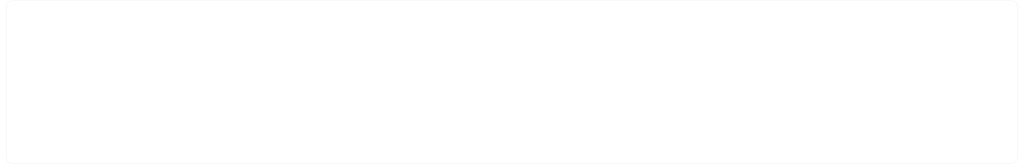
<source format=kicad_pcb>
(kicad_pcb (version 20171130) (host pcbnew "(5.1.4)-1")

  (general
    (thickness 1.6)
    (drawings 8)
    (tracks 0)
    (zones 0)
    (modules 6)
    (nets 7)
  )

  (page A3)
  (layers
    (0 F.Cu signal)
    (31 B.Cu signal)
    (32 B.Adhes user)
    (33 F.Adhes user)
    (34 B.Paste user)
    (35 F.Paste user)
    (36 B.SilkS user)
    (37 F.SilkS user)
    (38 B.Mask user)
    (39 F.Mask user)
    (40 Dwgs.User user)
    (41 Cmts.User user)
    (42 Eco1.User user)
    (43 Eco2.User user)
    (44 Edge.Cuts user)
    (45 Margin user)
    (46 B.CrtYd user)
    (47 F.CrtYd user)
    (48 B.Fab user)
    (49 F.Fab user)
  )

  (setup
    (last_trace_width 0.254)
    (trace_clearance 0.2)
    (zone_clearance 0.508)
    (zone_45_only no)
    (trace_min 0.2)
    (via_size 0.8)
    (via_drill 0.4)
    (via_min_size 0.4)
    (via_min_drill 0.3)
    (uvia_size 0.3)
    (uvia_drill 0.1)
    (uvias_allowed no)
    (uvia_min_size 0.2)
    (uvia_min_drill 0.1)
    (edge_width 0.05)
    (segment_width 0.2)
    (pcb_text_width 0.3)
    (pcb_text_size 1.5 1.5)
    (mod_edge_width 0.12)
    (mod_text_size 1 1)
    (mod_text_width 0.15)
    (pad_size 1.524 1.524)
    (pad_drill 0.762)
    (pad_to_mask_clearance 0.051)
    (solder_mask_min_width 0.25)
    (aux_axis_origin 0 0)
    (visible_elements 7FFFF7FF)
    (pcbplotparams
      (layerselection 0x01fff_ffffffff)
      (usegerberextensions false)
      (usegerberattributes false)
      (usegerberadvancedattributes false)
      (creategerberjobfile false)
      (excludeedgelayer true)
      (linewidth 0.100000)
      (plotframeref false)
      (viasonmask false)
      (mode 1)
      (useauxorigin false)
      (hpglpennumber 1)
      (hpglpenspeed 20)
      (hpglpendiameter 15.000000)
      (psnegative false)
      (psa4output false)
      (plotreference true)
      (plotvalue true)
      (plotinvisibletext false)
      (padsonsilk false)
      (subtractmaskfromsilk false)
      (outputformat 5)
      (mirror false)
      (drillshape 0)
      (scaleselection 1)
      (outputdirectory "svg/"))
  )

  (net 0 "")
  (net 1 "Net-(PLATE_BC1-Pad1)")
  (net 2 "Net-(PLATE_BL1-Pad1)")
  (net 3 "Net-(PLATE_BR1-Pad1)")
  (net 4 "Net-(PLATE_TC1-Pad1)")
  (net 5 "Net-(PLATE_TL1-Pad1)")
  (net 6 "Net-(PLATE_TR1-Pad1)")

  (net_class Default "This is the default net class."
    (clearance 0.2)
    (trace_width 0.254)
    (via_dia 0.8)
    (via_drill 0.4)
    (uvia_dia 0.3)
    (uvia_drill 0.1)
    (add_net "Net-(PLATE_BC1-Pad1)")
    (add_net "Net-(PLATE_BL1-Pad1)")
    (add_net "Net-(PLATE_BR1-Pad1)")
    (add_net "Net-(PLATE_TC1-Pad1)")
    (add_net "Net-(PLATE_TL1-Pad1)")
    (add_net "Net-(PLATE_TR1-Pad1)")
  )

  (net_class Power/GND ""
    (clearance 0.2)
    (trace_width 0.381)
    (via_dia 0.8)
    (via_drill 0.4)
    (uvia_dia 0.3)
    (uvia_drill 0.1)
  )

  (module MountingHole:MountingHole_2.2mm_M2 (layer F.Cu) (tedit 56D1B4CB) (tstamp 5FCFFCCB)
    (at 192.881 64.2938)
    (descr "Mounting Hole 2.2mm, no annular, M2")
    (tags "mounting hole 2.2mm no annular m2")
    (path /5FCA4336)
    (attr virtual)
    (fp_text reference PLATE_BC1 (at 0 -3.2) (layer F.SilkS) hide
      (effects (font (size 1 1) (thickness 0.15)))
    )
    (fp_text value MountingHole_Pad (at 0 3.2) (layer F.Fab)
      (effects (font (size 1 1) (thickness 0.15)))
    )
    (fp_circle (center 0 0) (end 2.45 0) (layer F.CrtYd) (width 0.05))
    (fp_circle (center 0 0) (end 2.2 0) (layer Cmts.User) (width 0.15))
    (fp_text user %R (at 0.3 0) (layer F.Fab)
      (effects (font (size 1 1) (thickness 0.15)))
    )
    (pad 1 np_thru_hole circle (at 0 0) (size 2.2 2.2) (drill 2.2) (layers *.Cu *.Mask)
      (net 1 "Net-(PLATE_BC1-Pad1)"))
  )

  (module MountingHole:MountingHole_2.2mm_M2 (layer F.Cu) (tedit 56D1B4CB) (tstamp 5FCC7193)
    (at 352.425 63.5001)
    (descr "Mounting Hole 2.2mm, no annular, M2")
    (tags "mounting hole 2.2mm no annular m2")
    (path /5FCA4796)
    (attr virtual)
    (fp_text reference PLATE_BR1 (at 0 -3.2) (layer F.SilkS) hide
      (effects (font (size 1 1) (thickness 0.15)))
    )
    (fp_text value MountingHole_Pad (at 0 3.2) (layer F.Fab)
      (effects (font (size 1 1) (thickness 0.15)))
    )
    (fp_circle (center 0 0) (end 2.45 0) (layer F.CrtYd) (width 0.05))
    (fp_circle (center 0 0) (end 2.2 0) (layer Cmts.User) (width 0.15))
    (fp_text user %R (at 0.3 0) (layer F.Fab)
      (effects (font (size 1 1) (thickness 0.15)))
    )
    (pad 1 np_thru_hole circle (at 0 0) (size 2.2 2.2) (drill 2.2) (layers *.Cu *.Mask)
      (net 3 "Net-(PLATE_BR1-Pad1)"))
  )

  (module MountingHole:MountingHole_2.2mm_M2 (layer F.Cu) (tedit 56D1B4CB) (tstamp 5FCC71AB)
    (at 352.425 19.8438)
    (descr "Mounting Hole 2.2mm, no annular, M2")
    (tags "mounting hole 2.2mm no annular m2")
    (path /5FCA183A)
    (attr virtual)
    (fp_text reference PLATE_TR1 (at 0 -3.2) (layer F.SilkS) hide
      (effects (font (size 1 1) (thickness 0.15)))
    )
    (fp_text value MountingHole_Pad (at 0 3.2) (layer F.Fab)
      (effects (font (size 1 1) (thickness 0.15)))
    )
    (fp_circle (center 0 0) (end 2.45 0) (layer F.CrtYd) (width 0.05))
    (fp_circle (center 0 0) (end 2.2 0) (layer Cmts.User) (width 0.15))
    (fp_text user %R (at 0.3 0) (layer F.Fab)
      (effects (font (size 1 1) (thickness 0.15)))
    )
    (pad 1 np_thru_hole circle (at 0 0) (size 2.2 2.2) (drill 2.2) (layers *.Cu *.Mask)
      (net 6 "Net-(PLATE_TR1-Pad1)"))
  )

  (module MountingHole:MountingHole_2.2mm_M2 (layer F.Cu) (tedit 56D1B4CB) (tstamp 5FCC718B)
    (at 19.05 63.5001)
    (descr "Mounting Hole 2.2mm, no annular, M2")
    (tags "mounting hole 2.2mm no annular m2")
    (path /5FCA3E6E)
    (attr virtual)
    (fp_text reference PLATE_BL1 (at 0 -3.2) (layer F.SilkS) hide
      (effects (font (size 1 1) (thickness 0.15)))
    )
    (fp_text value MountingHole_Pad (at 0 3.2) (layer F.Fab)
      (effects (font (size 1 1) (thickness 0.15)))
    )
    (fp_circle (center 0 0) (end 2.45 0) (layer F.CrtYd) (width 0.05))
    (fp_circle (center 0 0) (end 2.2 0) (layer Cmts.User) (width 0.15))
    (fp_text user %R (at 0.3 0) (layer F.Fab)
      (effects (font (size 1 1) (thickness 0.15)))
    )
    (pad 1 np_thru_hole circle (at 0 0) (size 2.2 2.2) (drill 2.2) (layers *.Cu *.Mask)
      (net 2 "Net-(PLATE_BL1-Pad1)"))
  )

  (module MountingHole:MountingHole_2.2mm_M2 (layer F.Cu) (tedit 56D1B4CB) (tstamp 5FCC71A3)
    (at 19.05 19.8438)
    (descr "Mounting Hole 2.2mm, no annular, M2")
    (tags "mounting hole 2.2mm no annular m2")
    (path /5FC9FDC2)
    (attr virtual)
    (fp_text reference PLATE_TL1 (at 0 -3.2) (layer F.SilkS) hide
      (effects (font (size 1 1) (thickness 0.15)))
    )
    (fp_text value MountingHole_Pad (at 0 3.2) (layer F.Fab)
      (effects (font (size 1 1) (thickness 0.15)))
    )
    (fp_circle (center 0 0) (end 2.45 0) (layer F.CrtYd) (width 0.05))
    (fp_circle (center 0 0) (end 2.2 0) (layer Cmts.User) (width 0.15))
    (fp_text user %R (at 0.3 0) (layer F.Fab)
      (effects (font (size 1 1) (thickness 0.15)))
    )
    (pad 1 np_thru_hole circle (at 0 0) (size 2.2 2.2) (drill 2.2) (layers *.Cu *.Mask)
      (net 5 "Net-(PLATE_TL1-Pad1)"))
  )

  (module MountingHole:MountingHole_2.2mm_M2 (layer F.Cu) (tedit 56D1B4CB) (tstamp 5FCC719B)
    (at 192.087 19.8438)
    (descr "Mounting Hole 2.2mm, no annular, M2")
    (tags "mounting hole 2.2mm no annular m2")
    (path /5FCA10F8)
    (attr virtual)
    (fp_text reference PLATE_TC1 (at 0 -3.2) (layer F.SilkS) hide
      (effects (font (size 1 1) (thickness 0.15)))
    )
    (fp_text value MountingHole_Pad (at 0 3.2) (layer F.Fab)
      (effects (font (size 1 1) (thickness 0.15)))
    )
    (fp_circle (center 0 0) (end 2.45 0) (layer F.CrtYd) (width 0.05))
    (fp_circle (center 0 0) (end 2.2 0) (layer Cmts.User) (width 0.15))
    (fp_text user %R (at 0.3 0) (layer F.Fab)
      (effects (font (size 1 1) (thickness 0.15)))
    )
    (pad 1 np_thru_hole circle (at 0 0) (size 2.2 2.2) (drill 2.2) (layers *.Cu *.Mask)
      (net 4 "Net-(PLATE_TC1-Pad1)"))
  )

  (gr_line (start 16.66875 70.64375) (end 354.80625 70.64375) (layer Edge.Cuts) (width 0.05) (tstamp 5FDF6CC0))
  (gr_arc (start 16.66875 68.2625) (end 14.2875 68.2625) (angle -90) (layer Edge.Cuts) (width 0.05))
  (gr_line (start 14.2875 68.2625) (end 14.2875 17.4625) (layer Edge.Cuts) (width 0.05) (tstamp 5FDF6CBD))
  (gr_arc (start 354.80625 68.2625) (end 354.80625 70.64375) (angle -90) (layer Edge.Cuts) (width 0.05))
  (gr_arc (start 354.80625 17.4625) (end 357.1875 17.4625) (angle -90) (layer Edge.Cuts) (width 0.05))
  (gr_line (start 16.66875 15.08125) (end 354.80625 15.08125) (layer Edge.Cuts) (width 0.05) (tstamp 5FCCB250))
  (gr_arc (start 16.66875 17.4625) (end 16.66875 15.08125) (angle -90) (layer Edge.Cuts) (width 0.05))
  (gr_line (start 357.1875 68.2625) (end 357.1875 17.4625) (layer Edge.Cuts) (width 0.05))

)

</source>
